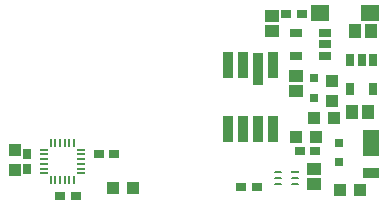
<source format=gbp>
%FSLAX25Y25*%
%MOIN*%
G70*
G01*
G75*
G04 Layer_Color=128*
%ADD10R,0.02756X0.03543*%
%ADD11C,0.04000*%
%ADD12R,0.20276X0.20276*%
%ADD13O,0.02756X0.00787*%
%ADD14O,0.00787X0.02756*%
%ADD15R,0.02953X0.05512*%
%ADD16R,0.02008X0.01575*%
%ADD17R,0.05906X0.05118*%
%ADD18R,0.03543X0.02756*%
%ADD19R,0.03937X0.04331*%
%ADD20R,0.05118X0.05079*%
%ADD21R,0.05512X0.05079*%
%ADD22R,0.06614X0.03150*%
%ADD23R,0.05906X0.06693*%
%ADD24R,0.06693X0.05906*%
%ADD25R,0.05709X0.06299*%
%ADD26R,0.07480X0.03937*%
%ADD27R,0.05315X0.01575*%
%ADD28C,0.00800*%
%ADD29C,0.05906*%
%ADD30C,0.03937*%
%ADD31C,0.06000*%
%ADD32C,0.05709*%
G04:AMPARAMS|DCode=33|XSize=59.06mil|YSize=74.8mil|CornerRadius=14.76mil|HoleSize=0mil|Usage=FLASHONLY|Rotation=90.000|XOffset=0mil|YOffset=0mil|HoleType=Round|Shape=RoundedRectangle|*
%AMROUNDEDRECTD33*
21,1,0.05906,0.04528,0,0,90.0*
21,1,0.02953,0.07480,0,0,90.0*
1,1,0.02953,0.02264,0.01476*
1,1,0.02953,0.02264,-0.01476*
1,1,0.02953,-0.02264,-0.01476*
1,1,0.02953,-0.02264,0.01476*
%
%ADD33ROUNDEDRECTD33*%
%ADD34R,0.06000X0.06000*%
%ADD35C,0.02400*%
%ADD36C,0.04000*%
%ADD37C,0.07543*%
G04:AMPARAMS|DCode=38|XSize=79.685mil|YSize=79.685mil|CornerRadius=0mil|HoleSize=0mil|Usage=FLASHONLY|Rotation=0.000|XOffset=0mil|YOffset=0mil|HoleType=Round|Shape=Relief|Width=10mil|Gap=10mil|Entries=4|*
%AMTHD38*
7,0,0,0.07969,0.05969,0.01000,45*
%
%ADD38THD38*%
%ADD39C,0.05969*%
G04:AMPARAMS|DCode=40|XSize=90mil|YSize=90mil|CornerRadius=0mil|HoleSize=0mil|Usage=FLASHONLY|Rotation=0.000|XOffset=0mil|YOffset=0mil|HoleType=Round|Shape=Relief|Width=10mil|Gap=10mil|Entries=4|*
%AMTHD40*
7,0,0,0.09000,0.07000,0.01000,45*
%
%ADD40THD40*%
%ADD41C,0.07000*%
%ADD42C,0.06559*%
G04:AMPARAMS|DCode=43|XSize=95.433mil|YSize=95.433mil|CornerRadius=0mil|HoleSize=0mil|Usage=FLASHONLY|Rotation=0.000|XOffset=0mil|YOffset=0mil|HoleType=Round|Shape=Relief|Width=10mil|Gap=10mil|Entries=4|*
%AMTHD43*
7,0,0,0.09543,0.07543,0.01000,45*
%
%ADD43THD43*%
%ADD44C,0.07347*%
%ADD45O,0.09118X0.05969*%
%ADD46C,0.05200*%
G04:AMPARAMS|DCode=47|XSize=72mil|YSize=72mil|CornerRadius=0mil|HoleSize=0mil|Usage=FLASHONLY|Rotation=0.000|XOffset=0mil|YOffset=0mil|HoleType=Round|Shape=Relief|Width=10mil|Gap=10mil|Entries=4|*
%AMTHD47*
7,0,0,0.07200,0.05200,0.01000,45*
%
%ADD47THD47*%
%ADD48R,0.05000X0.04000*%
%ADD49R,0.04331X0.02559*%
%ADD50R,0.05906X0.05512*%
%ADD51R,0.04000X0.05000*%
%ADD52R,0.05512X0.03543*%
%ADD53R,0.05512X0.08661*%
%ADD54R,0.02559X0.04331*%
%ADD55R,0.04331X0.03937*%
G04:AMPARAMS|DCode=56|XSize=9.84mil|YSize=23.62mil|CornerRadius=2.46mil|HoleSize=0mil|Usage=FLASHONLY|Rotation=90.000|XOffset=0mil|YOffset=0mil|HoleType=Round|Shape=RoundedRectangle|*
%AMROUNDEDRECTD56*
21,1,0.00984,0.01870,0,0,90.0*
21,1,0.00492,0.02362,0,0,90.0*
1,1,0.00492,0.00935,0.00246*
1,1,0.00492,0.00935,-0.00246*
1,1,0.00492,-0.00935,-0.00246*
1,1,0.00492,-0.00935,0.00246*
%
%ADD56ROUNDEDRECTD56*%
G04:AMPARAMS|DCode=57|XSize=9.84mil|YSize=29.53mil|CornerRadius=2.46mil|HoleSize=0mil|Usage=FLASHONLY|Rotation=90.000|XOffset=0mil|YOffset=0mil|HoleType=Round|Shape=RoundedRectangle|*
%AMROUNDEDRECTD57*
21,1,0.00984,0.02461,0,0,90.0*
21,1,0.00492,0.02953,0,0,90.0*
1,1,0.00492,0.01230,0.00246*
1,1,0.00492,0.01230,-0.00246*
1,1,0.00492,-0.01230,-0.00246*
1,1,0.00492,-0.01230,0.00246*
%
%ADD57ROUNDEDRECTD57*%
%ADD58R,0.00787X0.02559*%
%ADD59R,0.02559X0.00787*%
%ADD60R,0.03150X0.03150*%
%ADD61R,0.03543X0.08858*%
%ADD62R,0.03543X0.11024*%
%ADD63C,0.01000*%
%ADD64C,0.02000*%
%ADD65C,0.01500*%
%ADD66C,0.00984*%
%ADD67C,0.00787*%
%ADD68C,0.00394*%
%ADD69R,0.03556X0.04343*%
%ADD70C,0.05000*%
%ADD71R,0.21076X0.21076*%
%ADD72O,0.03556X0.01587*%
%ADD73O,0.01587X0.03556*%
%ADD74R,0.03753X0.06312*%
%ADD75R,0.02808X0.02375*%
%ADD76R,0.06706X0.05918*%
%ADD77R,0.04343X0.03556*%
%ADD78R,0.04737X0.05131*%
%ADD79R,0.05918X0.05879*%
%ADD80R,0.06312X0.05879*%
%ADD81R,0.07414X0.03950*%
%ADD82R,0.06706X0.07493*%
%ADD83R,0.07493X0.06706*%
%ADD84R,0.06509X0.07099*%
%ADD85R,0.08280X0.04737*%
%ADD86R,0.06115X0.02375*%
%ADD87C,0.06706*%
%ADD88C,0.04737*%
%ADD89C,0.06800*%
%ADD90C,0.06509*%
G04:AMPARAMS|DCode=91|XSize=67.06mil|YSize=82.8mil|CornerRadius=18.76mil|HoleSize=0mil|Usage=FLASHONLY|Rotation=90.000|XOffset=0mil|YOffset=0mil|HoleType=Round|Shape=RoundedRectangle|*
%AMROUNDEDRECTD91*
21,1,0.06706,0.04528,0,0,90.0*
21,1,0.02953,0.08280,0,0,90.0*
1,1,0.03753,0.02264,0.01476*
1,1,0.03753,0.02264,-0.01476*
1,1,0.03753,-0.02264,-0.01476*
1,1,0.03753,-0.02264,0.01476*
%
%ADD91ROUNDEDRECTD91*%
%ADD92R,0.06800X0.06800*%
%ADD93C,0.03200*%
%ADD94R,0.05800X0.04800*%
%ADD95R,0.05131X0.03359*%
%ADD96R,0.06706X0.06312*%
%ADD97R,0.04800X0.05800*%
%ADD98R,0.06312X0.04343*%
%ADD99R,0.06312X0.09461*%
%ADD100R,0.03359X0.05131*%
%ADD101R,0.05131X0.04737*%
G04:AMPARAMS|DCode=102|XSize=17.84mil|YSize=31.62mil|CornerRadius=6.46mil|HoleSize=0mil|Usage=FLASHONLY|Rotation=90.000|XOffset=0mil|YOffset=0mil|HoleType=Round|Shape=RoundedRectangle|*
%AMROUNDEDRECTD102*
21,1,0.01784,0.01870,0,0,90.0*
21,1,0.00492,0.03162,0,0,90.0*
1,1,0.01292,0.00935,0.00246*
1,1,0.01292,0.00935,-0.00246*
1,1,0.01292,-0.00935,-0.00246*
1,1,0.01292,-0.00935,0.00246*
%
%ADD102ROUNDEDRECTD102*%
G04:AMPARAMS|DCode=103|XSize=17.84mil|YSize=37.53mil|CornerRadius=6.46mil|HoleSize=0mil|Usage=FLASHONLY|Rotation=90.000|XOffset=0mil|YOffset=0mil|HoleType=Round|Shape=RoundedRectangle|*
%AMROUNDEDRECTD103*
21,1,0.01784,0.02461,0,0,90.0*
21,1,0.00492,0.03753,0,0,90.0*
1,1,0.01292,0.01230,0.00246*
1,1,0.01292,0.01230,-0.00246*
1,1,0.01292,-0.01230,-0.00246*
1,1,0.01292,-0.01230,0.00246*
%
%ADD103ROUNDEDRECTD103*%
%ADD104R,0.01587X0.03359*%
%ADD105R,0.03359X0.01587*%
%ADD106R,0.03950X0.03950*%
%ADD107R,0.04343X0.09658*%
%ADD108R,0.04343X0.11824*%
%ADD109C,0.00606*%
D10*
X8500Y13941D02*
D03*
Y19059D02*
D03*
D18*
X94941Y65500D02*
D03*
X100059D02*
D03*
X104559Y20000D02*
D03*
X99441D02*
D03*
X32441Y19000D02*
D03*
X37559D02*
D03*
X24659Y5000D02*
D03*
X19541D02*
D03*
X85059Y8000D02*
D03*
X79941D02*
D03*
D19*
X110000Y43347D02*
D03*
Y36654D02*
D03*
X4500Y20346D02*
D03*
Y13654D02*
D03*
D48*
X90000Y65150D02*
D03*
Y59850D02*
D03*
X98000Y39850D02*
D03*
Y45150D02*
D03*
X104000Y8850D02*
D03*
Y14150D02*
D03*
D49*
X107724Y59240D02*
D03*
Y55500D02*
D03*
Y51760D02*
D03*
X98276D02*
D03*
Y59240D02*
D03*
D50*
X122768Y66000D02*
D03*
X106232D02*
D03*
D51*
X116850Y33000D02*
D03*
X122150D02*
D03*
X117850Y60000D02*
D03*
X123150D02*
D03*
D52*
X123000Y12504D02*
D03*
D53*
Y22543D02*
D03*
D54*
X116260Y50225D02*
D03*
X120000D02*
D03*
X123740D02*
D03*
Y40776D02*
D03*
X116260D02*
D03*
D55*
X37154Y7500D02*
D03*
X43846D02*
D03*
X110846Y31000D02*
D03*
X104154D02*
D03*
X98154Y24500D02*
D03*
X104847D02*
D03*
X119346Y7000D02*
D03*
X112654D02*
D03*
D56*
X92165Y12968D02*
D03*
Y11000D02*
D03*
Y9031D02*
D03*
X97835D02*
D03*
Y11000D02*
D03*
D57*
X97638Y12968D02*
D03*
D58*
X24165Y22701D02*
D03*
X22591D02*
D03*
X21016D02*
D03*
X19441D02*
D03*
X17866D02*
D03*
X16291D02*
D03*
Y10299D02*
D03*
X17866D02*
D03*
X19441D02*
D03*
X21016D02*
D03*
X22591D02*
D03*
X24165D02*
D03*
D59*
X14028Y20437D02*
D03*
Y18862D02*
D03*
Y17288D02*
D03*
Y15713D02*
D03*
Y14138D02*
D03*
Y12563D02*
D03*
X26429D02*
D03*
Y14138D02*
D03*
Y15713D02*
D03*
Y17288D02*
D03*
Y18862D02*
D03*
Y20437D02*
D03*
D60*
X112500Y22748D02*
D03*
Y16252D02*
D03*
X104000Y44248D02*
D03*
Y37752D02*
D03*
D61*
X75500Y48500D02*
D03*
X80421D02*
D03*
X90461D02*
D03*
X75500Y27437D02*
D03*
X80421D02*
D03*
X85539D02*
D03*
X90461D02*
D03*
D62*
X85539Y47417D02*
D03*
M02*

</source>
